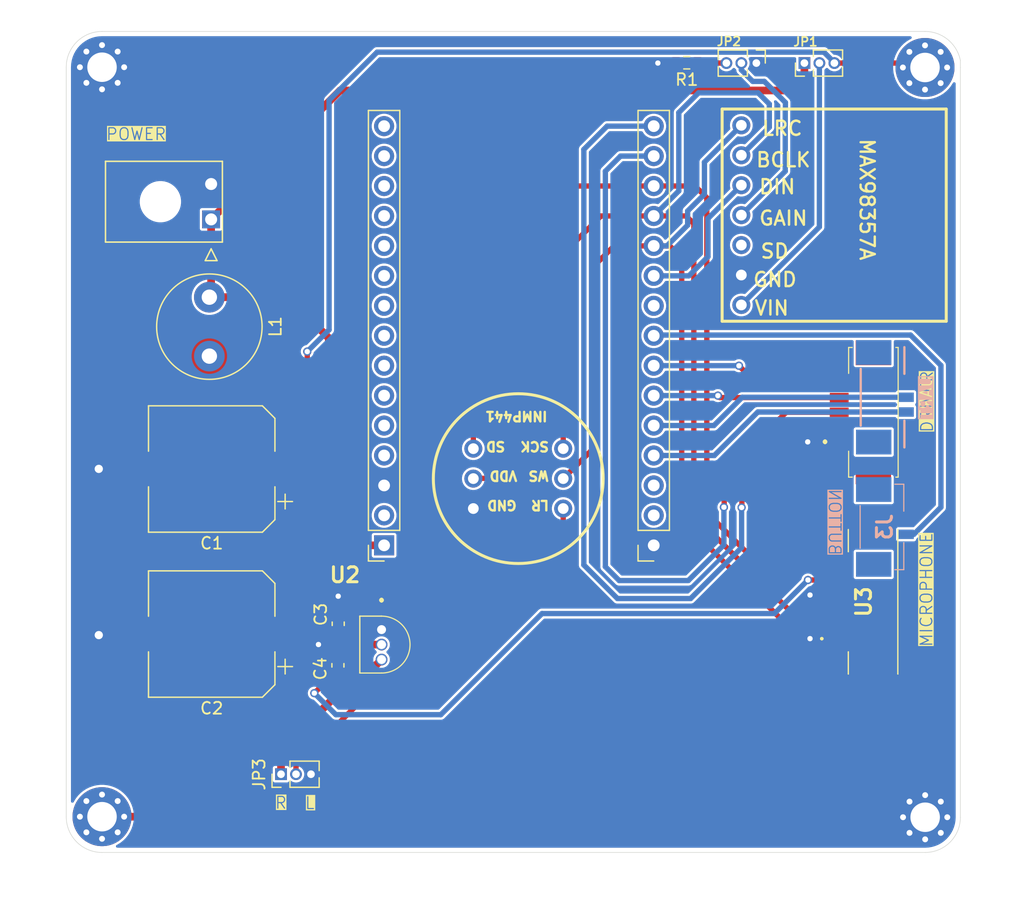
<source format=kicad_pcb>
(kicad_pcb (version 20241229) (generator "pcbnew") (generator_version "9.0")
  (layers (0 "F.Cu" signal) (2 "B.Cu" signal) (13 "F.Paste" user) (15 "B.Paste" user) (5 "F.SilkS" user "F.Silkscreen") (7 "B.SilkS" user "B.Silkscreen") (1 "F.Mask" user) (3 "B.Mask" user) (25 "Edge.Cuts" user))
  (net 0 "")
  (net 1 "GND")
  (net 2 "filtered")
  (net 3 "3v3_mic")
  (net 4 "VBAT")
  (net 5 "IO33_TX")
  (net 6 "IO25_RX")
  (net 8 "BUTTON_IO2")
  (net 10 "IO27_MOTOR")
  (net 11 "IO22_MOTOR")
  (net 12 "IO26_MOTOR")
  (net 15 "IO21_MOTOR")
  (net 16 "Net-(JP1-C)")
  (net 17 "Net-(JP2-C)")
  (net 18 "Net-(JP2-B)")
  (net 19 "Net-(JP3-C)")
  (net 33 "IO23_DIN")
  (net 35 "IO19_WS")
  (net 37 "IO5_DOUT")
  (net 38 "IO18_SCK")
  (footprint "walkie_talkie_footprints:MAX98357A ADAFRUIT" (layer "F.Cu") (at 152.7011 71.945)
    (property "Reference" "U5" (hide yes))
    (property "Value" "MAX98357 Adafruit Breakout" (hide yes))
    (fp_line (start -1.6261 -16.62) (end 17.3739 -16.62) (stroke (width 0.254)) (layer "F.SilkS"))
    (fp_line (start -1.6261 1.38) (end -1.6261 -16.62) (stroke (width 0.254)) (layer "F.SilkS"))
    (fp_line (start 17.3739 -16.62) (end 17.3739 1.38) (stroke (width 0.254)) (layer "F.SilkS"))
    (fp_line (start 17.3739 1.38) (end -1.6261 1.38) (stroke (width 0.254)) (layer "F.SilkS"))
    (fp_text user "DIN" (at 1.397 -10.725 0) (layer "F.SilkS") (effects (font (size 1.2 1.2) (thickness 0.2032)) (justify left top)))
    (fp_text user "BCLK" (at 1.143 -13.011 0) (layer "F.SilkS") (effects (font (size 1.2 1.2) (thickness 0.2032)) (justify left top)))
    (fp_text user "LRC" (at 1.651 -15.678 0) (layer "F.SilkS") (effects (font (size 1.2 1.2) (thickness 0.2032)) (justify left top)))
    (fp_text user "SD" (at 1.524 -5.264 0) (layer "F.SilkS") (effects (font (size 1.2 1.2) (thickness 0.2032)) (justify left top)))
    (fp_text user "MAX98357A" (at 11.36 -14.224 270) (layer "F.SilkS") (effects (font (size 1.2 1.2) (thickness 0.2032)) (justify left top)))
    (fp_text user "VIN" (at 1.016 -0.438 0) (layer "F.SilkS") (effects (font (size 1.2 1.2) (thickness 0.2032)) (justify left top)))
    (fp_text user "GAIN" (at 1.397 -8.058 0) (layer "F.SilkS") (effects (font (size 1.2 1.2) (thickness 0.2032)) (justify left top)))
    (fp_text user "GND" (at 0.889 -2.851 0) (layer "F.SilkS") (effects (font (size 1.2 1.2) (thickness 0.2032)) (justify left top)))
    (pad "8" thru_hole oval (at 0 -15.24) (size 1.524 1.524) (drill 0.9144) (layers "*.Cu" "*.Mask") (net 35 "IO19_WS"))
    (pad "9" thru_hole oval (at 0 -12.7) (size 1.524 1.524) (drill 0.9144) (layers "*.Cu" "*.Mask") (net 38 "IO18_SCK"))
    (pad "10" thru_hole oval (at 0 -10.16) (size 1.524 1.524) (drill 0.9144) (layers "*.Cu" "*.Mask") (net 37 "IO5_DOUT"))
    (pad "11" thru_hole oval (at 0 -7.62) (size 1.524 1.524) (drill 0.9144) (layers "*.Cu" "*.Mask") (net 17 "Net-(JP2-C)"))
    (pad "12" thru_hole oval (at 0 -5.08) (size 1.524 1.524) (drill 0.9144) (layers "*.Cu" "*.Mask"))
    (pad "13" thru_hole oval (at 0 -2.54) (size 1.524 1.524) (drill 0.9144) (layers "*.Cu" "*.Mask") (net 1 "GND"))
    (pad "14" thru_hole oval (at 0 0) (size 1.524 1.524) (drill 0.9144) (layers "*.Cu" "*.Mask") (net 16 "Net-(JP1-C)"))
  )
  (footprint "walkie_talkie_footprints:power_in" (layer "F.Cu") (at 107.75 64.685 -90)
    (property "Reference" "J1" (hide yes))
    (property "Value" "power_in" (hide yes))
    (fp_line (start -4.925 8.955) (end -4.925 -0.955) (stroke (width 0.127)) (layer "F.SilkS"))
    (fp_line (start 1.925 8.955) (end -4.925 8.955) (stroke (width 0.127)) (layer "F.SilkS"))
    (fp_line (start 3.5 0.5) (end 2.5 0) (stroke (width 0.127)) (layer "F.SilkS"))
    (fp_line (start 2.5 0) (end 3.5 -0.5) (stroke (width 0.127)) (layer "F.SilkS"))
    (fp_line (start 3.5 -0.5) (end 3.5 0.5) (stroke (width 0.127)) (layer "F.SilkS"))
    (fp_line (start -4.925 -0.955) (end 1.925 -0.955) (stroke (width 0.127)) (layer "F.SilkS"))
    (fp_line (start 1.925 -0.955) (end 1.925 8.955) (stroke (width 0.127)) (layer "F.SilkS"))
    (pad "" np_thru_hole circle (at -1.5 4.3 270) (size 3 3) (drill 3) (layers "*.Cu" "*.Mask"))
    (pad "1" thru_hole rect (at 0 0 270) (size 1.52 1.52) (drill 1.02) (layers "*.Cu" "*.Mask") (net 4 "VBAT"))
    (pad "2" thru_hole circle (at -3 0 270) (size 1.52 1.52) (drill 1.02) (layers "*.Cu" "*.Mask") (net 1 "GND"))
  )
  (footprint "Capacitor_SMD:CP_Elec_10x12.5" (layer "F.Cu") (at 107.8 85.86 180)
    (property "Reference" "C1" (at 0 -6.3 0) (layer "F.SilkS"))
    (property "Value" "1000u")
    (fp_line (start 5.36 5.36) (end 5.36 1.51) (stroke (width 0.12)) (layer "F.SilkS"))
    (fp_line (start 5.36 -5.36) (end 5.36 -1.51) (stroke (width 0.12)) (layer "F.SilkS"))
    (fp_line (start -4.295563 5.36) (end 5.36 5.36) (stroke (width 0.12)) (layer "F.SilkS"))
    (fp_line (start -4.295563 -5.36) (end 5.36 -5.36) (stroke (width 0.12)) (layer "F.SilkS"))
    (fp_line (start -5.36 4.295563) (end -4.295563 5.36) (stroke (width 0.12)) (layer "F.SilkS"))
    (fp_line (start -5.36 4.295563) (end -5.36 1.51) (stroke (width 0.12)) (layer "F.SilkS"))
    (fp_line (start -5.36 -4.295563) (end -4.295563 -5.36) (stroke (width 0.12)) (layer "F.SilkS"))
    (fp_line (start -5.36 -4.295563) (end -5.36 -1.51) (stroke (width 0.12)) (layer "F.SilkS"))
    (fp_line (start -6.225 -3.385) (end -6.225 -2.135) (stroke (width 0.12)) (layer "F.SilkS"))
    (fp_line (start -6.85 -2.76) (end -5.6 -2.76) (stroke (width 0.12)) (layer "F.SilkS"))
    (pad "1" smd roundrect (at -4.2 0 180) (size 4.4 2.5) (layers "F.Cu" "F.Mask" "F.Paste") (roundrect_rratio 0.1) (net 2 "filtered"))
    (pad "2" smd roundrect (at 4.2 0 180) (size 4.4 2.5) (layers "F.Cu" "F.Mask" "F.Paste") (roundrect_rratio 0.1) (net 1 "GND"))
  )
  (footprint "walkie_talkie_footprints:6_pin_molex" (layer "F.Cu") (at 163.875 97.125 90)
    (property "Reference" "U3" (at 0 -0.8 90) (layer "F.SilkS") (effects (font (size 1.27 1.27) (thickness 0.254))))
    (property "Value" "INMP441" (hide yes))
    (fp_line (start -3.125 -4.4) (end -3.125 -4.4) (stroke (width 0.2)) (layer "F.SilkS"))
    (fp_line (start -3.125 -4.4) (end -3.125 -4.4) (stroke (width 0.2)) (layer "F.SilkS"))
    (fp_line (start -3.125 -4.3) (end -3.125 -4.3) (stroke (width 0.2)) (layer "F.SilkS"))
    (fp_line (start 6.125 -2.1) (end 6.125 -2.1) (stroke (width 0.1)) (layer "F.SilkS"))
    (fp_line (start 6.125 -2.1) (end 4.25 -2.1) (stroke (width 0.1)) (layer "F.SilkS"))
    (fp_line (start 4.25 -2.1) (end 6.125 -2.1) (stroke (width 0.1)) (layer "F.SilkS"))
    (fp_line (start 4.25 -2.1) (end 4.25 -2.1) (stroke (width 0.1)) (layer "F.SilkS"))
    (fp_line (start -4.25 -2.1) (end -4.25 -2.1) (stroke (width 0.1)) (layer "F.SilkS"))
    (fp_line (start -4.25 -2.1) (end -6.125 -2.1) (stroke (width 0.1)) (layer "F.SilkS"))
    (fp_line (start -6.125 -2.1) (end -4.25 -2.1) (stroke (width 0.1)) (layer "F.SilkS"))
    (fp_line (start -6.125 -2.1) (end -6.125 -2.1) (stroke (width 0.1)) (layer "F.SilkS"))
    (fp_line (start 6.125 2.1) (end 6.125 2.1) (stroke (width 0.1)) (layer "F.SilkS"))
    (fp_line (start 6.125 2.1) (end -6.125 2.1) (stroke (width 0.1)) (layer "F.SilkS"))
    (fp_line (start -6.125 2.1) (end 6.125 2.1) (stroke (width 0.1)) (layer "F.SilkS"))
    (fp_line (start -6.125 2.1) (end -6.125 2.1) (stroke (width 0.1)) (layer "F.SilkS"))
    (fp_arc (start -3.125 -4.4) (mid -3.075 -4.35) (end -3.125 -4.3) (stroke (width 0.2)) (layer "F.SilkS"))
    (fp_arc (start -3.125 -4.3) (mid -3.175 -4.35) (end -3.125 -4.4) (stroke (width 0.2)) (layer "F.SilkS"))
    (fp_arc (start -3.125 -4.3) (mid -3.175 -4.35) (end -3.125 -4.4) (stroke (width 0.2)) (layer "F.SilkS"))
    (pad "1" smd rect (at -3.125 -2.9 90) (size 0.8 1.6) (layers "F.Cu" "F.Mask" "F.Paste") (net 1 "GND"))
    (pad "2" smd rect (at -1.875 -2.9 90) (size 0.8 1.6) (layers "F.Cu" "F.Mask" "F.Paste") (net 35 "IO19_WS"))
    (pad "3" smd rect (at -0.625 -2.9 90) (size 0.8 1.6) (layers "F.Cu" "F.Mask" "F.Paste") (net 38 "IO18_SCK"))
    (pad "4" smd rect (at 0.625 -2.9 90) (size 0.8 1.6) (layers "F.Cu" "F.Mask" "F.Paste") (net 1 "GND"))
    (pad "5" smd rect (at 1.875 -2.9 90) (size 0.8 1.6) (layers "F.Cu" "F.Mask" "F.Paste") (net 3 "3v3_mic"))
    (pad "6" smd rect (at 3.125 -2.9 90) (size 0.8 1.6) (layers "F.Cu" "F.Mask" "F.Paste") (net 33 "IO23_DIN"))
    (pad "MP1" smd rect (at -5.675 0 90) (size 2.1 3) (layers "F.Cu" "F.Mask" "F.Paste"))
    (pad "MP2" smd rect (at 5.675 0 90) (size 2.1 3) (layers "F.Cu" "F.Mask" "F.Paste"))
  )
  (footprint "walkie_talkie_footprints:INMP441" (layer "F.Cu") (at 132.52 86.675 180)
    (property "Reference" "U4" (hide yes))
    (property "Value" "INMP441" (hide yes))
    (fp_circle (center -1.27 0) (end 5.9301 0) (stroke (width 0.254)) (fill no) (layer "F.SilkS"))
    (fp_text user "LR" (at -3.969 -2.72 180) (layer "F.SilkS") (effects (font (size 0.8 0.8) (thickness 0.2032)) (justify left top)))
    (fp_text user "VDD" (at -1.2832 -0.2255 180) (layer "F.SilkS") (effects (font (size 0.8 0.8) (thickness 0.2032)) (justify left top)))
    (fp_text user "WS" (at -3.9675 -0.2232 180) (layer "F.SilkS") (effects (font (size 0.8 0.8) (thickness 0.2032)) (justify left top)))
    (fp_text user "INMP441" (at -3.84 4.8319 180) (layer "F.SilkS") (effects (font (size 0.8 0.8) (thickness 0.2032)) (justify left top)))
    (fp_text user "SCK" (at -3.968 2.2721 180) (layer "F.SilkS") (effects (font (size 0.8 0.8) (thickness 0.2032)) (justify left top)))
    (fp_text user "GND" (at -1.236 -2.72 180) (layer "F.SilkS") (effects (font (size 0.8 0.8) (thickness 0.2032)) (justify left top)))
    (fp_text user "SD" (at -0.256 2.2721 180) (layer "F.SilkS") (effects (font (size 0.8 0.8) (thickness 0.2032)) (justify left top)))
    (pad "1" thru_hole oval (at -5.08 -2.54 180) (size 1.524 1.524) (drill 0.9144) (layers "*.Cu" "*.Mask") (net 19 "Net-(JP3-C)"))
    (pad "2" thru_hole oval (at -5.08 0 180) (size 1.524 1.524) (drill 0.9144) (layers "*.Cu" "*.Mask") (net 35 "IO19_WS"))
    (pad "3" thru_hole oval (at -5.08 2.54 180) (size 1.524 1.524) (drill 0.9144) (layers "*.Cu" "*.Mask") (net 38 "IO18_SCK"))
    (pad "4" thru_hole oval (at 2.54 -2.54 180) (size 1.524 1.524) (drill 0.9144) (layers "*.Cu" "*.Mask") (net 1 "GND"))
    (pad "5" thru_hole oval (at 2.54 0 180) (size 1.524 1.524) (drill 0.9144) (layers "*.Cu" "*.Mask") (net 3 "3v3_mic"))
    (pad "6" thru_hole oval (at 2.54 2.54 180) (size 1.524 1.524) (drill 0.9144) (layers "*.Cu" "*.Mask") (net 33 "IO23_DIN"))
  )
  (footprint "MountingHole:MountingHole_2.5mm_Pad_Via" (layer "F.Cu") (at 98.5 115.353462)
    (property "Reference" "H3" (hide yes))
    (property "Value" "MountingHole_Pad")
    (pad "1" thru_hole circle (at -1.875 0) (size 0.8 0.8) (drill 0.5) (layers "*.Cu" "*.Mask") (net 2 "filtered"))
    (pad "1" thru_hole circle (at -1.325825 -1.325825) (size 0.8 0.8) (drill 0.5) (layers "*.Cu" "*.Mask") (net 2 "filtered"))
    (pad "1" thru_hole circle (at -1.325825 1.325825) (size 0.8 0.8) (drill 0.5) (layers "*.Cu" "*.Mask") (net 2 "filtered"))
    (pad "1" thru_hole circle (at 0 -1.875) (size 0.8 0.8) (drill 0.5) (layers "*.Cu" "*.Mask") (net 2 "filtered"))
    (pad "1" thru_hole circle (at 0 0) (size 5 5) (drill 2.5) (layers "*.Cu" "*.Mask") (net 2 "filtered"))
    (pad "1" thru_hole circle (at 0 1.875) (size 0.8 0.8) (drill 0.5) (layers "*.Cu" "*.Mask") (net 2 "filtered"))
    (pad "1" thru_hole circle (at 1.325825 -1.325825) (size 0.8 0.8) (drill 0.5) (layers "*.Cu" "*.Mask") (net 2 "filtered"))
    (pad "1" thru_hole circle (at 1.325825 1.325825) (size 0.8 0.8) (drill 0.5) (layers "*.Cu" "*.Mask") (net 2 "filtered"))
    (pad "1" thru_hole circle (at 1.875 0) (size 0.8 0.8) (drill 0.5) (layers "*.Cu" "*.Mask") (net 2 "filtered"))
  )
  (footprint "MountingHole:MountingHole_2.5mm_Pad_Via" (layer "F.Cu") (at 168.2875 115.4)
    (property "Reference" "H4" (hide yes))
    (property "Value" "MountingHole_Pad")
    (pad "1" thru_hole circle (at -1.875 0) (size 0.8 0.8) (drill 0.5) (layers "*.Cu" "*.Mask") (net 1 "GND"))
    (pad "1" thru_hole circle (at -1.325825 -1.325825) (size 0.8 0.8) (drill 0.5) (layers "*.Cu" "*.Mask") (net 1 "GND"))
    (pad "1" thru_hole circle (at -1.325825 1.325825) (size 0.8 0.8) (drill 0.5) (layers "*.Cu" "*.Mask") (net 1 "GND"))
    (pad "1" thru_hole circle (at 0 -1.875) (size 0.8 0.8) (drill 0.5) (layers "*.Cu" "*.Mask") (net 1 "GND"))
    (pad "1" thru_hole circle (at 0 0) (size 5 5) (drill 2.5) (layers "*.Cu" "*.Mask") (net 1 "GND"))
    (pad "1" thru_hole circle (at 0 1.875) (size 0.8 0.8) (drill 0.5) (layers "*.Cu" "*.Mask") (net 1 "GND"))
    (pad "1" thru_hole circle (at 1.325825 -1.325825) (size 0.8 0.8) (drill 0.5) (layers "*.Cu" "*.Mask") (net 1 "GND"))
    (pad "1" thru_hole circle (at 1.325825 1.325825) (size 0.8 0.8) (drill 0.5) (layers "*.Cu" "*.Mask") (net 1 "GND"))
    (pad "1" thru_hole circle (at 1.875 0) (size 0.8 0.8) (drill 0.5) (layers "*.Cu" "*.Mask") (net 1 "GND"))
  )
  (footprint "MountingHole:MountingHole_2.5mm_Pad_Via" (layer "F.Cu") (at 98.5 51.776749)
    (property "Reference" "H1" (hide yes))
    (property "Value" "MountingHole_Pad")
    (pad "1" thru_hole circle (at -1.875 0) (size 0.8 0.8) (drill 0.5) (layers "*.Cu" "*.Mask") (net 1 "GND"))
    (pad "1" thru_hole circle (at -1.325825 -1.325825) (size 0.8 0.8) (drill 0.5) (layers "*.Cu" "*.Mask") (net 1 "GND"))
    (pad "1" thru_hole circle (at -1.325825 1.325825) (size 0.8 0.8) (drill 0.5) (layers "*.Cu" "*.Mask") (net 1 "GND"))
    (pad "1" thru_hole circle (at 0 -1.875) (size 0.8 0.8) (drill 0.5) (layers "*.Cu" "*.Mask") (net 1 "GND"))
    (pad "1" thru_hole circle (at 0 0) (size 5 5) (drill 2.5) (layers "*.Cu" "*.Mask") (net 1 "GND"))
    (pad "1" thru_hole circle (at 0 1.875) (size 0.8 0.8) (drill 0.5) (layers "*.Cu" "*.Mask") (net 1 "GND"))
    (pad "1" thru_hole circle (at 1.325825 -1.325825) (size 0.8 0.8) (drill 0.5) (layers "*.Cu" "*.Mask") (net 1 "GND"))
    (pad "1" thru_hole circle (at 1.325825 1.325825) (size 0.8 0.8) (drill 0.5) (layers "*.Cu" "*.Mask") (net 1 "GND"))
    (pad "1" thru_hole circle (at 1.875 0) (size 0.8 0.8) (drill 0.5) (layers "*.Cu" "*.Mask") (net 1 "GND"))
  )
  (footprint "Inductor_THT:L_Radial_D8.7mm_P5.00mm_Fastron_07HCP" (layer "F.Cu") (at 107.6 71.285 -90)
    (property "Reference" "L1" (at 2.5 -5.6 90) (layer "F.SilkS"))
    (property "Value" "10m")
    (fp_circle (center 2.5 0) (end 6.97 0) (stroke (width 0.12)) (fill no) (layer "F.SilkS"))
    (pad "1" thru_hole circle (at 0 0 270) (size 2.6 2.6) (drill 1.3) (layers "*.Cu" "*.Mask") (net 4 "VBAT"))
    (pad "2" thru_hole circle (at 5 0 270) (size 2.6 2.6) (drill 1.3) (layers "*.Cu" "*.Mask") (net 2 "filtered"))
  )
  (footprint "Connector_PinHeader_1.27mm:PinHeader_1x03_P1.27mm_Vertical" (layer "F.Cu") (at 158.05 51.425 90)
    (property "Reference" "JP1" (at 1.805 0.09 0) (layer "F.SilkS") (effects (font (size 0.75 0.75))))
    (property "Value" "Jumper_3_Open" (hide yes))
    (fp_line (start -1.11 -0.76) (end 0 -0.76) (stroke (width 0.12)) (layer "F.SilkS"))
    (fp_line (start -1.11 0) (end -1.11 -0.76) (stroke (width 0.12)) (layer "F.SilkS"))
    (fp_line (start 1.11 0.76) (end 1.11 3.235) (stroke (width 0.12)) (layer "F.SilkS"))
    (fp_line (start 0.563471 0.76) (end 1.11 0.76) (stroke (width 0.12)) (layer "F.SilkS"))
    (fp_line (start -1.11 0.76) (end -0.563471 0.76) (stroke (width 0.12)) (layer "F.SilkS"))
    (fp_line (start -1.11 0.76) (end -1.11 3.235) (stroke (width 0.12)) (layer "F.SilkS"))
    (fp_line (start 0.30753 3.235) (end 1.11 3.235) (stroke (width 0.12)) (layer "F.SilkS"))
    (fp_line (start -1.11 3.235) (end -0.30753 3.235) (stroke (width 0.12)) (layer "F.SilkS"))
    (pad "1" thru_hole rect (at 0 0 90) (size 1 1) (drill 0.65) (layers "*.Cu" "*.Mask") (net 4 "VBAT"))
    (pad "2" thru_hole oval (at 0 1.27 90) (size 1 1) (drill 0.65) (layers "*.Cu" "*.Mask") (net 16 "Net-(JP1-C)"))
    (pad "3" thru_hole oval (at 0 2.54 90) (size 1 1) (drill 0.65) (layers "*.Cu" "*.Mask") (net 2 "filtered"))
  )
  (footprint "Capacitor_SMD:C_0603_1608Metric_Pad1.08x0.95mm_HandSolder" (layer "F.Cu") (at 118.525 98.9875 -90)
    (property "Reference" "C3" (at -0.7875 1.485 90) (layer "F.SilkS"))
    (property "Value" "1u")
    (fp_line (start -0.146267 0.51) (end 0.146267 0.51) (stroke (width 0.12)) (layer "F.SilkS"))
    (fp_line (start -0.146267 -0.51) (end 0.146267 -0.51) (stroke (width 0.12)) (layer "F.SilkS"))
    (pad "1" smd roundrect (at -0.8625 0 270) (size 1.075 0.95) (layers "F.Cu" "F.Mask" "F.Paste") (net 1 "GND"))
    (pad "2" smd roundrect (at 0.8625 0 270) (size 1.075 0.95) (layers "F.Cu" "F.Mask" "F.Paste") (net 2 "filtered"))
  )
  (footprint "walkie_talkie_footprints:5_pin_molex" (layer "F.Cu") (at 161.798 81.05 90)
    (property "Reference" "J4" (hide yes))
    (property "Value" "5_pin_molex" (hide yes))
    (fp_line (start -2.4 -2) (end -2.4 -2) (stroke (width 0.2)) (layer "F.SilkS"))
    (fp_line (start -2.6 -2) (end -2.6 -2) (stroke (width 0.2)) (layer "F.SilkS"))
    (fp_line (start 5.5 0) (end 5.5 0.3) (stroke (width 0.1)) (layer "F.SilkS"))
    (fp_line (start 3.3 0) (end 5.5 0) (stroke (width 0.1)) (layer "F.SilkS"))
    (fp_line (start -3.3 0) (end -5.5 0) (stroke (width 0.1)) (layer "F.SilkS"))
    (fp_line (start -5.5 0) (end -5.5 0.3) (stroke (width 0.1)) (layer "F.SilkS"))
    (fp_line (start -5.5 4) (end -5.5 4.2) (stroke (width 0.1)) (layer "F.SilkS"))
    (fp_line (start 5.5 4.2) (end 5.5 4) (stroke (width 0.1)) (layer "F.SilkS"))
    (fp_line (start -5.5 4.2) (end 5.5 4.2) (stroke (width 0.1)) (layer "F.SilkS"))
    (fp_arc (start -2.4 -2) (mid -2.5 -1.9) (end -2.6 -2) (stroke (width 0.2)) (layer "F.SilkS"))
    (fp_arc (start -2.6 -2) (mid -2.5 -2.1) (end -2.4 -2) (stroke (width 0.2)) (layer "F.SilkS"))
    (pad "1" smd rect (at -2.5 -0.8 90) (size 0.8 1.6) (layers "F.Cu" "F.Mask" "F.Paste") (net 1 "GND"))
    (pad "2" smd rect (at -1.25 -0.8 90) (size 0.8 1.6) (layers "F.Cu" "F.Mask" "F.Paste") (net 15 "IO21_MOTOR"))
    (pad "3" smd rect (at 0 -0.8 90) (size 0.8 1.6) (layers "F.Cu" "F.Mask" "F.Paste") (net 11 "IO22_MOTOR"))
    (pad "4" smd rect (at 1.25 -0.8 90) (size 0.8 1.6) (layers "F.Cu" "F.Mask" "F.Paste") (net 12 "IO26_MOTOR"))
    (pad "5" smd rect (at 2.5 -0.8 90) (size 0.8 1.6) (layers "F.Cu" "F.Mask" "F.Paste") (net 10 "IO27_MOTOR"))
    (pad "MP1" smd rect (at -5.05 2.1 90) (size 2.1 3) (layers "F.Cu" "F.Mask" "F.Paste"))
    (pad "MP2" smd rect (at 5.05 2.1 90) (size 2.1 3) (layers "F.Cu" "F.Mask" "F.Paste"))
  )
  (footprint "Connector_PinHeader_1.27mm:PinHeader_1x03_P1.27mm_Vertical" (layer "F.Cu") (at 113.675 111.75 90)
    (property "Reference" "JP3" (at -0.01 -1.855 90) (layer "F.SilkS"))
    (property "Value" "Jumper_3_Open")
    (fp_line (start -1.11 -0.76) (end 0 -0.76) (stroke (width 0.12)) (layer "F.SilkS"))
    (fp_line (start -1.11 0) (end -1.11 -0.76) (stroke (width 0.12)) (layer "F.SilkS"))
    (fp_line (start 1.11 0.76) (end 1.11 3.235) (stroke (width 0.12)) (layer "F.SilkS"))
    (fp_line (start 0.563471 0.76) (end 1.11 0.76) (stroke (width 0.12)) (layer "F.SilkS"))
    (fp_line (start -1.11 0.76) (end -0.563471 0.76) (stroke (width 0.12)) (layer "F.SilkS"))
    (fp_line (start -1.11 0.76) (end -1.11 3.235) (stroke (width 0.12)) (layer "F.SilkS"))
    (fp_line (start 0.30753 3.235) (end 1.11 3.235) (stroke (width 0.12)) (layer "F.SilkS"))
    (fp_line (start -1.11 3.235) (end -0.30753 3.235) (stroke (width 0.12)) (layer "F.SilkS"))
    (pad "1" thru_hole rect (at 0 0 90) (size 1 1) (drill 0.65) (layers "*.Cu" "*.Mask") (net 3 "3v3_mic"))
    (pad "2" thru_hole oval (at 0 1.27 90) (size 1 1) (drill 0.65) (layers "*.Cu" "*.Mask") (net 19 "Net-(JP3-C)"))
    (pad "3" thru_hole oval (at 0 2.54 90) (size 1 1) (drill 0.65) (layers "*.Cu" "*.Mask") (net 1 "GND"))
  )
  (footprint "walkie_talkie_footprints:3v3_ldo" (layer "F.Cu") (at 122.2 99.485 -90)
    (property "Reference" "U2" (at -4.635 3.11 180) (layer "F.SilkS") (effects (font (size 1.27 1.27) (thickness 0.254))))
    (property "Value" "MCP1700-3302E/TO" (hide yes))
    (fp_line (start -1.143 1.841) (end -1.143 1.841) (stroke (width 0.1)) (layer "F.SilkS"))
    (fp_line (start -1.143 1.841) (end -1.143 1.841) (stroke (width 0.1)) (layer "F.SilkS"))
    (fp_line (start -1.143 1.841) (end 3.683 1.841) (stroke (width 0.1)) (layer "F.SilkS"))
    (fp_line (start -1.143 1.841) (end -1.143 0) (stroke (width 0.1)) (layer "F.SilkS"))
    (fp_line (start 3.683 1.841) (end -1.143 1.841) (stroke (width 0.1)) (layer "F.SilkS"))
    (fp_line (start 3.683 1.841) (end 3.683 1.841) (stroke (width 0.1)) (layer "F.SilkS"))
    (fp_line (start -2.6 0) (end -2.6 0) (stroke (width 0.2)) (layer "F.SilkS"))
    (fp_line (start -2.6 0) (end -2.6 0) (stroke (width 0.2)) (layer "F.SilkS"))
    (fp_line (start -2.4 0) (end -2.4 0) (stroke (width 0.2)) (layer "F.SilkS"))
    (fp_line (start -1.143 0) (end -1.143 1.841) (stroke (width 0.1)) (layer "F.SilkS"))
    (fp_line (start -1.143 0) (end -1.143 0) (stroke (width 0.1)) (layer "F.SilkS"))
    (fp_line (start -1.143 0) (end -1.143 0) (stroke (width 0.1)) (layer "F.SilkS"))
    (fp_line (start 3.683 0) (end 3.683 1.841) (stroke (width 0.1)) (layer "F.SilkS"))
    (fp_arc (start -2.6 0) (mid -2.5 -0.1) (end -2.4 0) (stroke (width 0.2)) (layer "F.SilkS"))
    (fp_arc (start -2.4 0) (mid -2.5 0.1) (end -2.6 0) (stroke (width 0.2)) (layer "F.SilkS"))
    (fp_arc (start -2.4 0) (mid -2.5 0.1) (end -2.6 0) (stroke (width 0.2)) (layer "F.SilkS"))
    (fp_arc (start -1.143 0) (mid 1.27 -2.413) (end 3.683 0) (stroke (width 0.1)) (layer "F.SilkS"))
    (pad "1" thru_hole circle (at 0 0 270) (size 1 1) (drill 0.7588) (layers "*.Cu" "*.Mask") (net 1 "GND"))
    (pad "2" thru_hole circle (at 1.27 0 270) (size 1 1) (drill 0.7588) (layers "*.Cu" "*.Mask") (net 2 "filtered"))
    (pad "3" thru_hole circle (at 2.54 0 270) (size 1 1) (drill 0.7588) (layers "*.Cu" "*.Mask") (net 3 "3v3_mic"))
  )
  (footprint "Capacitor_SMD:CP_Elec_10x12.5" (layer "F.Cu") (at 107.8 99.86 180)
    (property "Reference" "C2" (at 0 -6.3 0) (layer "F.SilkS"))
    (property "Value" "1000u")
    (fp_line (start 5.36 5.36) (end 5.36 1.51) (stroke (width 0.12)) (layer "F.SilkS"))
    (fp_line (start 5.36 -5.36) (end 5.36 -1.51) (stroke (width 0.12)) (layer "F.SilkS"))
    (fp_line (start -4.295563 5.36) (end 5.36 5.36) (stroke (width 0.12)) (layer "F.SilkS"))
    (fp_line (start -4.295563 -5.36) (end 5.36 -5.36) (stroke (width 0.12)) (layer "F.SilkS"))
    (fp_line (start -5.36 4.295563) (end -4.295563 5.36) (stroke (width 0.12)) (layer "F.SilkS"))
    (fp_line (start -5.36 4.295563) (end -5.36 1.51) (stroke (width 0.12)) (layer "F.SilkS"))
    (fp_line (start -5.36 -4.295563) (end -4.295563 -5.36) (stroke (width 0.12)) (layer "F.SilkS"))
    (fp_line (start -5.36 -4.295563) (end -5.36 -1.51) (stroke (width 0.12)) (layer "F.SilkS"))
    (fp_line (start -6.225 -3.385) (end -6.225 -2.135) (stroke (width 0.12)) (layer "F.SilkS"))
    (fp_line (start -6.85 -2.76) (end -5.6 -2.76) (stroke (width 0.12)) (layer "F.SilkS"))
    (pad "1" smd roundrect (at -4.2 0 180) (size 4.4 2.5) (layers "F.Cu" "F.Mask" "F.Paste") (roundrect_rratio 0.1) (net 2 "filtered"))
    (pad "2" smd roundrect (at 4.2 0 180) (size 4.4 2.5) (layers "F.Cu" "F.Mask" "F.Paste") (roundrect_rratio 0.1) (net 1 "GND"))
  )
  (footprint "Connector_PinSocket_2.54mm:PinSocket_1x15_P2.54mm_Vertical" (layer "F.Cu") (at 122.415 92.335 180)
    (property "Reference" "K4" (hide yes))
    (property "Value" "HEADER_MALE_15X1")
    (fp_line (start 1.33 1.27) (end 1.33 36.89) (stroke (width 0.12)) (layer "F.SilkS"))
    (fp_line (start 1.33 -1.33) (end 1.33 0) (stroke (width 0.12)) (layer "F.SilkS"))
    (fp_line (start 0 -1.33) (end 1.33 -1.33) (stroke (width 0.12)) (layer "F.SilkS"))
    (fp_line (start -1.33 36.89) (end 1.33 36.89) (stroke (width 0.12)) (layer "F.SilkS"))
    (fp_line (start -1.33 1.27) (end 1.33 1.27) (stroke (width 0.12)) (layer "F.SilkS"))
    (fp_line (start -1.33 1.27) (end -1.33 36.89) (stroke (width 0.12)) (layer "F.SilkS"))
    (pad "1" thru_hole rect (at 0 0 180) (size 1.7 1.7) (drill 1) (layers "*.Cu" "*.Mask") (net 4 "VBAT"))
    (pad "2" thru_hole oval (at 0 2.54 180) (size 1.7 1.7) (drill 1) (layers "*.Cu" "*.Mask"))
    (pad "3" thru_hole oval (at 0 5.08 180) (size 1.7 1.7) (drill 1) (layers "*.Cu" "*.Mask") (net 1 "GND"))
    (pad "4" thru_hole oval (at 0 7.62 180) (size 1.7 1.7) (drill 1) (layers "*.Cu" "*.Mask"))
    (pad "5" thru_hole oval (at 0 10.16 180) (size 1.7 1.7) (drill 1) (layers "*.Cu" "*.Mask"))
    (pad "6" thru_hole oval (at 0 12.7 180) (size 1.7 1.7) (drill 1) (layers "*.Cu" "*.Mask"))
    (pad "7" thru_hole oval (at 0 15.24 180) (size 1.7 1.7) (drill 1) (layers "*.Cu" "*.Mask"))
    (pad "8" thru_hole oval (at 0 17.78 180) (size 1.7 1.7) (drill 1) (layers "*.Cu" "*.Mask"))
    (pad "9" thru_hole oval (at 0 20.32 180) (size 1.7 1.7) (drill 1) (layers "*.Cu" "*.Mask"))
    (pad "10" thru_hole oval (at 0 22.86 180) (size 1.7 1.7) (drill 1) (layers "*.Cu" "*.Mask"))
    (pad "11" thru_hole oval (at 0 25.4 180) (size 1.7 1.7) (drill 1) (layers "*.Cu" "*.Mask"))
    (pad "12" thru_hole oval (at 0 27.94 180) (size 1.7 1.7) (drill 1) (layers "*.Cu" "*.Mask"))
    (pad "13" thru_hole oval (at 0 30.48 180) (size 1.7 1.7) (drill 1) (layers "*.Cu" "*.Mask"))
    (pad "14" thru_hole oval (at 0 33.02 180) (size 1.7 1.7) (drill 1) (layers "*.Cu" "*.Mask"))
    (pad "15" thru_hole oval (at 0 35.56 180) (size 1.7 1.7) (drill 1) (layers "*.Cu" "*.Mask"))
  )
  (footprint "MountingHole:MountingHole_2.5mm_Pad_Via" (layer "F.Cu") (at 168.275 51.8)
    (property "Reference" "H2" (hide yes))
    (property "Value" "MountingHole_Pad")
    (pad "1" thru_hole circle (at -1.875 0) (size 0.8 0.8) (drill 0.5) (layers "*.Cu" "*.Mask") (net 2 "filtered"))
    (pad "1" thru_hole circle (at -1.325825 -1.325825) (size 0.8 0.8) (drill 0.5) (layers "*.Cu" "*.Mask") (net 2 "filtered"))
    (pad "1" thru_hole circle (at -1.325825 1.325825) (size 0.8 0.8) (drill 0.5) (layers "*.Cu" "*.Mask") (net 2 "filtered"))
    (pad "1" thru_hole circle (at 0 -1.875) (size 0.8 0.8) (drill 0.5) (layers "*.Cu" "*.Mask") (net 2 "filtered"))
    (pad "1" thru_hole circle (at 0 0) (size 5 5) (drill 2.5) (layers "*.Cu" "*.Mask") (net 2 "filtered"))
    (pad "1" thru_hole circle (at 0 1.875) (size 0.8 0.8) (drill 0.5) (layers "*.Cu" "*.Mask") (net 2 "filtered"))
    (pad "1" thru_hole circle (at 1.325825 -1.325825) (size 0.8 0.8) (drill 0.5) (layers "*.Cu" "*.Mask") (net 2 "filtered"))
    (pad "1" thru_hole circle (at 1.325825 1.325825) (size 0.8 0.8) (drill 0.5) (layers "*.Cu" "*.Mask") (net 2 "filtered"))
    (pad "1" thru_hole circle (at 1.875 0) (size 0.8 0.8) (drill 0.5) (layers "*.Cu" "*.Mask") (net 2 "filtered"))
  )
  (footprint "Connector_PinHeader_1.27mm:PinHeader_1x03_P1.27mm_Vertical" (layer "F.Cu") (at 153.975 51.425 -90)
    (property "Reference" "JP2" (at -1.835 2.325 0) (layer "F.SilkS") (effects (font (size 0.75 0.75))))
    (property "Value" "Jumper_3_Open")
    (fp_line (start -1.11 3.235) (end -0.30753 3.235) (stroke (width 0.12)) (layer "F.SilkS"))
    (fp_line (start 0.30753 3.235) (end 1.11 3.235) (stroke (width 0.12)) (layer "F.SilkS"))
    (fp_line (start -1.11 0.76) (end -1.11 3.235) (stroke (width 0.12)) (layer "F.SilkS"))
    (fp_line (start -1.11 0.76) (end -0.563471 0.76) (stroke (width 0.12)) (layer "F.SilkS"))
    (fp_line (start 0.563471 0.76) (end 1.11 0.76) (stroke (width 0.12)) (layer "F.SilkS"))
    (fp_line (start 1.11 0.76) (end 1.11 3.235) (stroke (width 0.12)) (layer "F.SilkS"))
    (fp_line (start -1.11 0) (end -1.11 -0.76) (stroke (width 0.12)) (layer "F.SilkS"))
    (fp_line (start -1.11 -0.76) (end 0 -0.76) (stroke (width 0.12)) (layer "F.SilkS"))
    (pad "1" thru_hole rect (at 0 0 270) (size 1 1) (drill 0.65) (layers "*.Cu" "*.Mask") (net 1 "GND"))
    (pad "2" thru_hole oval (at 0 1.27 270) (size 1 1) (drill 0.65) (layers "*.Cu" "*.Mask") (net 17 "Net-(JP2-C)"))
    (pad "3" thru_hole oval (at 0 2.54 270) (size 1 1) (drill 0.65) (layers "*.Cu" "*.Mask") (net 18 "Net-(JP2-B)"))
  )
  (footprint "Capacitor_SMD:C_0603_1608Metric_Pad1.08x0.95mm_HandSolder" (layer "F.Cu") (at 118.5 102.5125 -90)
    (property "Reference" "C4" (at 0.2875 1.49 90) (layer "F.SilkS"))
    (property "Value" "1u")
    (fp_line (start -0.146267 0.51) (end 0.146267 0.51) (stroke (width 0.12)) (layer "F.SilkS"))
    (fp_line (start -0.146267 -0.51) (end 0.146267 -0.51) (stroke (width 0.12)) (layer "F.SilkS"))
    (pad "1" smd roundrect (at -0.8625 0 270) (size 1.075 0.95) (layers "F.Cu" "F.Mask" "F.Paste") (net 1 "GND"))
    (pad "2" smd roundrect (at 0.8625 0 270) (size 1.075 0.95) (layers "F.Cu" "F.Mask" "F.Paste") (net 3 "3v3_mic"))
  )
  (footprint "Connector_PinSocket_2.54mm:PinSocket_1x15_P2.54mm_Vertical" (layer "F.Cu") (at 145.275 92.335 180)
    (property "Reference" "K5" (hide yes))
    (property "Value" "HEADER_MALE_15X1")
    (fp_line (start 1.33 1.27) (end 1.33 36.89) (stroke (width 0.12)) (layer "F.SilkS"))
    (fp_line (start 1.33 -1.33) (end 1.33 0) (stroke (width 0.12)) (layer "F.SilkS"))
    (fp_line (start 0 -1.33) (end 1.33 -1.33) (stroke (width 0.12)) (layer "F.SilkS"))
    (fp_line (start -1.33 36.89) (end 1.33 36.89) (stroke (width 0.12)) (layer "F.SilkS"))
    (fp_line (start -1.33 1.27) (end 1.33 1.27) (stroke (width 0.12)) (layer "F.SilkS"))
    (fp_line (start -1.33 1.27) (end -1.33 36.89) (stroke (width 0.12)) (layer "F.SilkS"))
    (pad "1" thru_hole rect (at 0 0 180) (size 1.7 1.7) (drill 1) (layers "*.Cu" "*.Mask") (net 1 "GND"))
    (pad "2" thru_hole oval (at 0 2.54 180) (size 1.7 1.7) (drill 1) (layers "*.Cu" "*.Mask"))
    (pad "3" thru_hole oval (at 0 5.08 180) (size 1.7 1.7) (drill 1) (layers "*.Cu" "*.Mask"))
    (pad "4" thru_hole oval (at 0 7.62 180) (size 1.7 1.7) (drill 1) (layers "*.Cu" "*.Mask") (net 5 "IO33_TX"))
    (pad "5" thru_hole oval (at 0 10.16 180) (size 1.7 1.7) (drill 1) (layers "*.Cu" "*.Mask") (net 6 "IO25_RX"))
    (pad "6" thru_hole oval (at 0 12.7 180) (size 1.7 1.7) (drill 1) (layers "*.Cu" "*.Mask") (net 12 "IO26_MOTOR"))
    (pad "7" thru_hole oval (at 0 15.24 180) (size 1.7 1.7) (drill 1) (layers "*.Cu" "*.Mask") (net 10 "IO27_MOTOR"))
    (pad "8" thru_hole oval (at 0 17.78 180) (size 1.7 1.7) (drill 1) (layers "*.Cu" "*.Mask") (net 8 "BUTTON_IO2"))
    (pad "9" thru_hole oval (at 0 20.32 180) (size 1.7 1.7) (drill 1) (layers "*.Cu" "*.Mask"))
    (pad "10" thru_hole oval (at 0 22.86 180) (size 1.7 1.7) (drill 1) (layers "*.Cu" "*.Mask") (net 37 "IO5_DOUT"))
    (pad "11" thru_hole oval (at 0 25.4 180) (size 1.7 1.7) (drill 1) (layers "*.Cu" "*.Mask") (net 35 "IO19_WS"))
    (pad "12" thru_hole oval (at 0 27.94 180) (size 1.7 1.7) (drill 1) (layers "*.Cu" "*.Mask") (net 38 "IO18_SCK"))
    (pad "13" thru_hole oval (at 0 30.48 180) (size 1.7 1.7) (drill 1) (layers "*.Cu" "*.Mask") (net 33 "IO23_DIN"))
    (pad "14" thru_hole oval (at 0 33.02 180) (size 1.7 1.7) (drill 1) (layers "*.Cu" "*.Mask") (net 11 "IO22_MOTOR"))
    (pad "15" thru_hole oval (at 0 35.56 180) (size 1.7 1.7) (drill 1) (layers "*.Cu" "*.Mask") (net 15 "IO21_MOTOR"))
  )
  (footprint "Resistor_SMD:R_0603_1608Metric_Pad0.98x0.95mm_HandSolder" (layer "F.Cu") (at 148.075 51.4 180)
    (property "Reference" "R1" (at 0 -1.43 0) (layer "F.SilkS"))
    (property "Value" "100k")
    (fp_line (start -0.254724 0.5225) (end 0.254724 0.5225) (stroke (width 0.12)) (layer "F.SilkS"))
    (fp_line (start -0.254724 -0.5225) (end 0.254724 -0.5225) (stroke (width 0.12)) (layer "F.SilkS"))
    (pad "1" smd roundrect (at -0.9125 0 180) (size 0.975 0.95) (layers "F.Cu" "F.Mask" "F.Paste") (net 18 "Net-(JP2-B)"))
    (pad "2" smd roundrect (at 0.9125 0 180) (size 0.975 0.95) (layers "F.Cu" "F.Mask" "F.Paste") (net 1 "GND"))
  )
  (footprint "walkie_talkie_footprints:2_pin_molex" (layer "B.Cu") (at 165.279 90.775 90)
    (property "Reference" "J3" (at 0 -0.427 90) (layer "B.SilkS") (effects (font (size 1.27 1.27) (thickness 0.254)) (justify mirror)))
    (property "Value" "2_pin_molex" (hide yes))
    (fp_line (start -1.8 -2.504) (end 1.8 -2.504) (stroke (width 0.1)) (layer "B.SilkS"))
    (fp_line (start 3.625 1.196) (end 3.625 0.435) (stroke (width 0.1)) (layer "B.SilkS"))
    (fp_line (start 3.625 1.196) (end 1.337 1.196) (stroke (width 0.1)) (layer "B.SilkS"))
    (fp_line (start -3.625 1.196) (end -3.625 0.435) (stroke (width 0.1)) (layer "B.SilkS"))
    (fp_line (start -3.625 1.196) (end -1.337 1.196) (stroke (width 0.1)) (layer "B.SilkS"))
    (fp_line (start -0.639 2.482) (end -0.639 2.482) (stroke (width 0.045)) (layer "B.SilkS"))
    (fp_line (start -0.683 2.482) (end -0.683 2.482) (stroke (width 0.045)) (layer "B.SilkS"))
    (fp_arc (start -0.639 2.482) (mid -0.6615 2.5035) (end -0.683 2.481) (stroke (width 0.045)) (layer "B.SilkS"))
    (fp_arc (start -0.683 2.482) (mid -0.6615 2.4595) (end -0.639 2.481) (stroke (width 0.045)) (layer "B.SilkS"))
    (pad "1" smd rect (at -0.625 1.396 90) (size 0.8 1.3) (layers "B.Cu" "B.Mask" "B.Paste") (net 8 "BUTTON_IO2"))
    (pad "2" smd rect (at 0.625 1.396 90) (size 0.8 1.3) (layers "B.Cu" "B.Mask" "B.Paste") (net 1 "GND"))
    (pad "3" smd rect (at -3.175 -1.354 90) (size 2.1 3) (layers "B.Cu" "B.Mask" "B.Paste"))
    (pad "4" smd rect (at 3.175 -1.354 90) (size 2.1 3) (layers "B.Cu" "B.Mask" "B.Paste"))
  )
  (footprint "walkie_talkie_footprints:3_pin_molex" (layer "B.Cu") (at 166.525 79.775 90)
    (property "Reference" "J2" (hide yes))
    (property "Value" "3-pin_molex" (hide yes))
    (fp_line (start -2.4 -3.7) (end 2.4 -3.7) (stroke (width 0.2)) (layer "B.SilkS"))
    (fp_line (start 4.25 0) (end 1.991 0) (stroke (width 0.2)) (layer "B.SilkS"))
    (fp_line (start -4.25 0) (end -1.991 0) (stroke (width 0.2)) (layer "B.SilkS"))
    (pad "1" smd rect (at -1.25 0.15 90) (size 0.8 1.3) (layers "B.Cu" "B.Mask" "B.Paste") (net 5 "IO33_TX"))
    (pad "2" smd rect (at 0 0.15 90) (size 0.8 1.3) (layers "B.Cu" "B.Mask" "B.Paste") (net 6 "IO25_RX"))
    (pad "3" smd rect (at 1.25 0.15 90) (size 0.8 1.3) (layers "B.Cu" "B.Mask" "B.Paste") (net 1 "GND"))
    (pad "4" smd rect (at -3.8 -2.6 90) (size 2.1 3) (layers "B.Cu" "B.Mask" "B.Paste"))
    (pad "5" smd rect (at 3.8 -2.6 90) (size 2.1 3) (layers "B.Cu" "B.Mask" "B.Paste"))
  )
  (gr_arc (start 171.275 115.4) (mid 170.399982 117.512482) (end 168.2875 118.3875) (stroke (width 0.05)) (layer "Edge.Cuts"))
  (gr_line (start 171.275 51.210666) (end 171.275 51.8) (stroke (width 0.05)) (layer "Edge.Cuts"))
  (gr_line (start 95.465962 115.353462) (end 95.465962 51.776749) (stroke (width 0.05)) (layer "Edge.Cuts"))
  (gr_line (start 98.5 48.742662) (end 168.275 48.742662) (stroke (width 0.05)) (layer "Edge.Cuts"))
  (gr_arc (start 98.5 118.3875) (mid 96.354611 117.498851) (end 95.465962 115.353462) (stroke (width 0.05)) (layer "Edge.Cuts"))
  (gr_line (start 171.275 51.8) (end 171.275 115.4) (stroke (width 0.05)) (layer "Edge.Cuts"))
  (gr_arc (start 95.465962 51.776749) (mid 96.354611 49.63136) (end 98.5 48.742711) (stroke (width 0.05)) (layer "Edge.Cuts"))
  (gr_arc (start 168.275 48.742662) (mid 170.21736 49.438951) (end 171.275 51.210666) (stroke (width 0.05)) (layer "Edge.Cuts"))
  (gr_line (start 168.2875 118.3875) (end 98.5 118.3875) (stroke (width 0.05)) (layer "Edge.Cuts"))
  (gr_text "R" (at 113.1 114.76 0) (layer "F.SilkS" knockout) (effects (font (size 1 1) (thickness 0.1)) (justify left bottom)))
  (gr_text "MICROPHONE\n" (at 168.98 101.02 90) (layer "F.SilkS" knockout) (effects (font (size 1 1) (thickness 0.1)) (justify left bottom)))
  (gr_text "DRIVER" (at 169.03 82.83 90) (layer "F.SilkS" knockout) (effects (font (size 1 1) (thickness 0.1)) (justify left bottom)))
  (gr_text "POWER" (at 98.78 58.04 0) (layer "F.SilkS" knockout) (effects (font (size 1 1) (thickness 0.1)) (justify left bottom)))
  (gr_text "L\n" (at 115.64 114.79 0) (layer "F.SilkS" knockout) (effects (font (size 1 1) (thickness 0.1)) (justify left bottom)))
  (gr_text "BUTTON" (at 160.03 93.27 270) (layer "B.SilkS" knockout) (effects (font (size 1 1) (thickness 0.1)) (justify left bottom mirror)))
  (gr_text "UART" (at 168.96 77.84 90) (layer "B.SilkS" knockout) (effects (font (size 1 1) (thickness 0.1)) (justify left bottom mirror)))
  (segment (start 103.59 85.85) (end 103.6 85.86) (width 0.65) (layer "F.Cu") (net 1))
  (segment (start 117.225 101.65) (end 118.5 101.65) (width 0.45) (layer "F.Cu") (net 1))
  (segment (start 98.225 85.85) (end 103.59 85.85) (width 0.65) (layer "F.Cu") (net 1))
  (segment (start 145.625 51.425) (end 147.1375 51.425) (width 0.45) (layer "F.Cu") (net 1))
  (segment (start 160.988 83.56) (end 160.998 83.55) (width 0.45) (layer "F.Cu") (net 1))
  (segment (start 160.925 96.55) (end 160.975 96.5) (width 0.45) (layer "F.Cu") (net 1))
  (segment (start 116.85 101.275) (end 117.225 101.65) (width 0.45) (layer "F.Cu") (net 1))
  (segment (start 116.85 100.75) (end 116.85 101.275) (width 0.45) (layer "F.Cu") (net 1))
  (segment (start 158.33 83.56) (end 160.988 83.56) (width 0.45) (layer "F.Cu") (net 1))
  (segment (start 103.51 99.95) (end 103.6 99.86) (width 0.65) (layer "F.Cu") (net 1))
  (segment (start 98.225 99.95) (end 103.51 99.95) (width 0.65) (layer "F.Cu") (net 1))
  (segment (start 147.1375 51.425) (end 147.1625 51.4) (width 0.45) (layer "F.Cu") (net 1))
  (segment (start 118.525 96.65) (end 118.525 98.125) (width 0.45) (layer "F.Cu") (net 1))
  (segment (start 158.525 100.25) (end 160.975 100.25) (width 0.45) (layer "F.Cu") (net 1))
  (segment (start 158.525 96.55) (end 160.925 96.55) (width 0.45) (layer "F.Cu") (net 1))
  (via (at 118.525 96.65) (size 0.7) (drill 0.45) (layers "F.Cu" "B.Cu") (net 1))
  (via (at 145.625 51.425) (size 0.7) (drill 0.45) (layers "F.Cu" "B.Cu") (net 1))
  (via (at 158.525 100.25) (size 0.7) (drill 0.45) (layers "F.Cu" "B.Cu") (net 1))
  (via (at 98.225 85.85) (size 1.5) (drill 0.7) (layers "F.Cu" "B.Cu") (net 1))
  (via (at 98.225 99.95) (size 1.5) (drill 0.7) (layers "F.Cu" "B.Cu") (net 1))
  (via (at 158.525 96.55) (size 0.7) (drill 0.45) (layers "F.Cu" "B.Cu") (net 1))
  (via (at 116.85 100.75) (size 0.7) (drill 0.45) (layers "F.Cu" "B.Cu") (net 1))
  (via (at 158.33 83.56) (size 0.7) (drill 0.45) (layers "F.Cu" "B.Cu") (net 1))
  (segment (start 118.515 99.86) (end 118.525 99.85) (width 0.65) (layer "F.Cu") (net 2))
  (segment (start 167.9 51.425) (end 168.275 51.8) (width 0.45) (layer "F.Cu") (net 2))
  (segment (start 160.59 51.425) (end 167.9 51.425) (width 0.45) (layer "F.Cu") (net 2))
  (segment (start 112 108.075) (end 112 99.86) (width 0.65) (layer "F.Cu") (net 2))
  (segment (start 98.5 115.353462) (end 104.721538 115.353462) (width 0.65) (layer "F.Cu") (net 2))
  (segment (start 119.5 99.85) (end 120.405 100.755) (width 0.65) (layer "F.Cu") (net 2))
  (segment (start 115.9 81.96) (end 115.9 75.9) (width 0.45) (layer "F.Cu") (net 2))
  (segment (start 118.525 99.85) (end 119.5 99.85) (width 0.65) (layer "F.Cu") (net 2))
  (segment (start 120.405 100.755) (end 122.2 100.755) (width 0.65) (layer "F.Cu") (net 2))
  (segment (start 112 99.86) (end 118.515 99.86) (width 0.65) (layer "F.Cu") (net 2))
  (segment (start 104.721538 115.353462) (end 112 108.075) (width 0.65) (layer "F.Cu") (net 2))
  (segment (start 112 85.86) (end 115.9 81.96) (width 0.45) (layer "F.Cu") (net 2))
  (via (at 115.9 75.9) (size 0.7) (drill 0.45) (layers "F.Cu" "B.Cu") (net 2))
  (segment (start 117.75 74.05) (end 117.75 54.575) (width 0.45) (layer "B.Cu") (net 2))
  (segment (start 117.75 54.575) (end 121.826 50.499) (width 0.45) (layer "B.Cu") (net 2))
  (segment (start 121.826 50.499) (end 159.703562 50.499) (width 0.45) (layer "B.Cu") (net 2))
  (segment (start 160.59 51.385438) (end 160.59 51.425) (width 0.45) (layer "B.Cu") (net 2))
  (segment (start 115.9 75.9) (end 117.75 74.05) (width 0.45) (layer "B.Cu") (net 2))
  (segment (start 159.703562 50.499) (end 160.59 51.385438) (width 0.45) (layer "B.Cu") (net 2))
  (segment (start 125.925 104.675) (end 132.575 98.025) (width 0.45) (layer "F.Cu") (net 3))
  (segment (start 118.5 104.925) (end 118.5 103.375) (width 0.65) (layer "F.Cu") (net 3))
  (segment (start 113.675 109.75) (end 118.5 104.925) (width 0.65) (layer "F.Cu") (net 3))
  (segment (start 132.575 98.025) (end 132.575 88.2) (width 0.45) (layer "F.Cu") (net 3))
  (segment (start 158.35 95.275) (end 160.95 95.275) (width 0.45) (layer "F.Cu") (net 3))
  (segment (start 132.575 88.2) (end 131.025 86.65) (width 0.45) (layer "F.Cu") (net 3))
  (segment (start 113.675 111.75) (end 113.675 109.75) (width 0.65) (layer "F.Cu") (net 3))
  (segment (start 118.5 103.375) (end 120.85 103.375) (width 0.65) (layer "F.Cu") (net 3))
  (segment (start 131.025 86.65) (end 130.005 86.65) (width 0.45) (layer "F.Cu") (net 3))
  (segment (start 118.5 103.375) (end 119.8 104.675) (width 0.45) (layer "F.Cu") (net 3))
  (segment (start 118.5 103.375) (end 118 103.375) (width 0.45) (layer "F.Cu") (net 3))
  (segment (start 118 103.375) (end 116.5 104.875) (width 0.45) (layer "F.Cu") (net 3))
  (segment (start 130.005 86.65) (end 129.98 86.675) (width 0.45) (layer "F.Cu") (net 3))
  (segment (start 120.85 103.375) (end 122.2 102.025) (width 0.65) (layer "F.Cu") (net 3))
  (segment (start 160.95 95.275) (end 160.975 95.25) (width 0.45) (layer "F.Cu") (net 3))
  (segment (start 119.8 104.675) (end 125.925 104.675) (width 0.45) (layer "F.Cu") (net 3))
  (via (at 116.5 104.875) (size 0.7) (drill 0.45) (layers "F.Cu" "B.Cu") (net 3))
  (via (at 158.35 95.275) (size 0.7) (drill 0.45) (layers "F.Cu" "B.Cu") (net 3))
  (segment (start 118.325 106.7) (end 127.225 106.7) (width 0.45) (layer "B.Cu") (net 3))
  (segment (start 155.5 98.125) (end 158.35 95.275) (width 0.45) (layer "B.Cu") (net 3))
  (segment (start 127.225 106.7) (end 135.8 98.125) (width 0.45) (layer "B.Cu") (net 3))
  (segment (start 135.8 98.125) (end 155.5 98.125) (width 0.45) (layer "B.Cu") (net 3))
  (segment (start 116.5 104.875) (end 118.325 106.7) (width 0.45) (layer "B.Cu") (net 3))
  (segment (start 119.535 92.335) (end 122.415 92.335) (width 0.65) (layer "F.Cu") (net 4))
  (segment (start 107.75 71.135) (end 107.6 71.285) (width 0.65) (layer "F.Cu") (net 4))
  (segment (start 118.685 53.75) (end 157.125 53.75) (width 0.65) (layer "F.Cu") (net 4))
  (segment (start 117.725 90.525) (end 119.535 92.335) (width 0.65) (layer "F.Cu") (net 4))
  (segment (start 107.75 64.685) (end 118.685 53.75) (width 0.65) (layer "F.Cu") (net 4))
  (segment (start 117.725 74.75) (end 117.725 90.525) (width 0.65) (layer "F.Cu") (net 4))
  (segment (start 158.05 52.825) (end 158.05 51.425) (width 0.65) (layer "F.Cu") (net 4))
  (segment (start 157.125 53.75) (end 158.05 52.825) (width 0.65) (layer "F.Cu") (net 4))
  (segment (start 107.6 71.285) (end 114.26 71.285) (width 0.65) (layer "F.Cu") (net 4))
  (segment (start 107.75 64.685) (end 107.75 71.135) (width 0.65) (layer "F.Cu") (net 4))
  (segment (start 114.26 71.285) (end 117.725 74.75) (width 0.65) (layer "F.Cu") (net 4))
  (segment (start 154.1 81.025) (end 150.4 84.725) (width 0.45) (layer "B.Cu") (net 5))
  (segment (start 150.39 84.715) (end 145.275 84.715) (width 0.45) (layer "B.Cu") (net 5))
  (segment (start 150.4 84.725) (end 150.39 84.715) (width 0.45) (layer "B.Cu") (net 5))
  (segment (start 166.675 81.025) (end 154.1 81.025) (width 0.45) (layer "B.Cu") (net 5))
  (segment (start 150.375 82.175) (end 145.275 82.175) (width 0.45) (layer "B.Cu") (net 6))
  (segment (start 166.675 79.775) (end 152.775 79.775) (width 0.45) (layer "B.Cu") (net 6))
  (segment (start 152.775 79.775) (end 150.375 82.175) (width 0.45) (layer "B.Cu") (net 6))
  (segment (start 169.625 77.075) (end 167.049 74.499) (width 0.45) (layer "B.Cu") (net 8))
  (segment (start 166.675 91.4) (end 167.327 91.4) (width 0.45) (layer "B.Cu") (net 8))
  (segment (start 169.625 89.102) (end 169.625 77.075) (width 0.45) (layer "B.Cu") (net 8))
  (segment (start 167.327 91.4) (end 169.625 89.102) (width 0.45) (layer "B.Cu") (net 8))
  (segment (start 167.049 74.499) (end 145.331 74.499) (width 0.45) (layer "B.Cu") (net 8))
  (segment (start 145.331 74.499) (end 145.275 74.555) (width 0.45) (layer "B.Cu") (net 8))
  (segment (start 153.95 78.55) (end 152.5 77.1) (width 0.45) (layer "F.Cu") (net 10))
  (segment (start 160.998 78.55) (end 153.95 78.55) (width 0.45) (layer "F.Cu") (net 10))
  (via (at 152.5 77.1) (size 0.7) (drill 0.45) (layers "F.Cu" "B.Cu") (net 10))
  (segment (start 152.5 77.1) (end 152.495 77.095) (width 0.45) (layer "B.Cu") (net 10))
  (segment (start 152.495 77.095) (end 145.275 77.095) (width 0.45) (layer "B.Cu") (net 10))
  (segment (start 151.25 89.075) (end 151.225 89.1) (width 0.45) (layer "F.Cu") (net 11))
  (segment (start 156.5 81.05) (end 151.25 86.3) (width 0.45) (layer "F.Cu") (net 11))
  (segment (start 151.25 86.3) (end 151.25 89.075) (width 0.45) (layer "F.Cu") (net 11))
  (segment (start 160.998 81.05) (end 156.5 81.05) (width 0.45) (layer "F.Cu") (net 11))
  (via (at 151.225 89.1) (size 0.7) (drill 0.45) (layers "F.Cu" "B.Cu") (net 11))
  (segment (start 141.175 60.6) (end 142.46 59.315) (width 0.45) (layer "B.Cu") (net 11))
  (segment (start 141.175 94.15) (end 141.175 60.6) (width 0.45) (layer "B.Cu") (net 11))
  (segment (start 148.2 95.325) (end 142.35 95.325) (width 0.45) (layer "B.Cu") (net 11))
  (segment (start 142.35 95.325) (end 141.175 94.15) (width 0.45) (layer "B.Cu") (net 11))
  (segment (start 151.225 92.3) (end 148.2 95.325) (width 0.45) (layer "B.Cu") (net 11))
  (segment (start 151.225 89.1) (end 151.225 92.3) (width 0.45) (layer "B.Cu") (net 11))
  (segment (start 142.46 59.315) (end 145.275 59.315) (width 0.45) (layer "B.Cu") (net 11))
  (segment (start 150.715 79.635) (end 150.88 79.8) (width 0.45) (layer "F.Cu") (net 12))
  (segment (start 150.88 79.8) (end 160.998 79.8) (width 0.45) (layer "F.Cu") (net 12))
  (via (at 150.715 79.635) (size 0.7) (drill 0.45) (layers "F.Cu" "B.Cu") (net 12))
  (segment (start 145.275 79.635) (end 150.715 79.635) (width 0.45) (layer "B.Cu") (net 12))
  (segment (start 150.725 79.625) (end 150.715 79.635) (width 0.45) (layer "B.Cu") (net 12))
  (segment (start 156.85 82.3) (end 152.75 86.4) (width 0.45) (layer "F.Cu") (net 15))
  (segment (start 152.75 86.4) (end 152.75 89.1) (width 0.45) (layer "F.Cu") (net 15))
  (segment (start 152.75 89.1) (end 152.725 89.125) (width 0.45) (layer "F.Cu") (net 15))
  (segment (start 160.998 82.3) (end 156.85 82.3) (width 0.45) (layer "F.Cu") (net 15))
  (via (at 152.725 89.125) (size 0.7) (drill 0.45) (layers "F.Cu" "B.Cu") (net 15))
  (segment (start 148.4 96.85) (end 142.2 96.85) (width 0.45) (layer "B.Cu") (net 15))
  (segment (start 142.2 96.85) (end 139.35 94) (width 0.45) (layer "B.Cu") (net 15))
  (segment (start 152.725 92.525) (end 148.4 96.85) (width 0.45) (layer "B.Cu") (net 15))
  (segment (start 139.35 94) (end 139.35 58.75) (width 0.45) (layer "B.Cu") (net 15))
  (segment (start 139.35 58.75) (end 141.325 56.775) (width 0.45) (layer "B.Cu") (net 15))
  (segment (start 141.325 56.775) (end 145.275 56.775) (width 0.45) (layer "B.Cu") (net 15))
  (segment (start 152.725 89.125) (end 152.725 92.525) (width 0.45) (layer "B.Cu") (net 15))
  (segment (start 152.7011 71.945) (end 159.32 65.3261) (width 0.45) (layer "B.Cu") (net 16))
  (segment (start 159.32 65.3261) (end 159.32 51.425) (width 0.45) (layer "B.Cu") (net 16))
  (segment (start 156.44 55.335) (end 156.44 54.77) (width 0.45) (layer "B.Cu") (net 17))
  (segment (start 156.425 55.35) (end 156.44 55.335) (width 0.45) (layer "B.Cu") (net 17))
  (segment (start 154.65 52.98) (end 153.67 52.98) (width 0.45) (layer "B.Cu") (net 17))
  (segment (start 152.7011 64.325) (end 156.425 60.6011) (width 0.45) (layer "B.Cu") (net 17))
  (segment (start 156.425 60.6011) (end 156.425 55.35) (width 0.45) (layer "B.Cu") (net 17))
  (segment (start 152.705 52.007) (end 152.705 51.425) (width 0.45) (layer "B.Cu") (net 17))
  (segment (start 156.44 54.77) (end 154.65 52.98) (width 0.45) (layer "B.Cu") (net 17))
  (segment (start 153.67 52.98) (end 153.218 52.528) (width 0.45) (layer "B.Cu") (net 17))
  (segment (start 153.218 52.52) (end 152.705 52.007) (width 0.45) (layer "B.Cu") (net 17))
  (segment (start 153.218 52.528) (end 153.218 52.52) (width 0.45) (layer "B.Cu") (net 17))
  (segment (start 149.0125 51.425) (end 148.9875 51.4) (width 0.45) (layer "F.Cu") (net 18))
  (segment (start 151.435 51.425) (end 149.0125 51.425) (width 0.45) (layer "F.Cu") (net 18))
  (segment (start 114.945 111.042894) (end 120.562894 105.425) (width 0.45) (layer "F.Cu") (net 19))
  (segment (start 120.562894 105.425) (end 126.525 105.425) (width 0.45) (layer "F.Cu") (net 19))
  (segment (start 137.6 94.35) (end 137.6 89.215) (width 0.45) (layer "F.Cu") (net 19))
  (segment (start 126.525 105.425) (end 137.6 94.35) (width 0.45) (layer "F.Cu") (net 19))
  (segment (start 114.945 111.75) (end 114.945 111.042894) (width 0.45) (layer "F.Cu") (net 19))
  (segment (start 154.225 94) (end 149.775 89.55) (width 0.45) (layer "F.Cu") (net 33))
  (segment (start 148.78 61.855) (end 145.275 61.855) (width 0.45) (layer "F.Cu") (net 33))
  (segment (start 138.795 61.855) (end 145.275 61.855) (width 0.45) (layer "F.Cu") (net 33))
  (segment (start 149.775 89.55) (end 149.775 62.85) (width 0.45) (layer "F.Cu") (net 33))
  (segment (start 149.775 62.85) (end 148.78 61.855) (width 0.45) (layer "F.Cu") (net 33))
  (segment (start 129.98 84.135) (end 129.98 70.67) (width 0.45) (layer "F.Cu") (net 33))
  (segment (start 145.255 61.875) (end 145.275 61.855) (width 0.45) (layer "F.Cu") (net 33))
  (segment (start 160.975 94) (end 154.225 94) (width 0.45) (layer "F.Cu") (net 33))
  (segment (start 129.98 70.67) (end 138.795 61.855) (width 0.45) (layer "F.Cu") (net 33))
  (segment (start 140.075 84.2) (end 140.075 68.775) (width 0.45) (layer "F.Cu") (net 35))
  (segment (start 137.6 86.675) (end 140.075 84.2) (width 0.45) (layer "F.Cu") (net 35))
  (segment (start 147.65 90.175) (end 147.65 67.95) (width 0.45) (layer "F.Cu") (net 35))
  (segment (start 141.915 66.935) (end 145.275 66.935) (width 0.45) (layer "F.Cu") (net 35))
  (segment (start 146.635 66.935) (end 145.275 66.935) (width 0.45) (layer "F.Cu") (net 35))
  (segment (start 147.65 67.95) (end 146.635 66.935) (width 0.45) (layer "F.Cu") (net 35))
  (segment (start 145.285 66.925) (end 145.275 66.935) (width 0.45) (layer "F.Cu") (net 35))
  (segment (start 140.075 68.775) (end 141.915 66.935) (width 0.45) (layer "F.Cu") (net 35))
  (segment (start 156.475 99) (end 147.65 90.175) (width 0.45) (layer "F.Cu") (net 35))
  (segment (start 160.975 99) (end 156.475 99) (width 0.45) (layer "F.Cu") (net 35))
  (segment (start 148.15 65.175) (end 146.39 66.935) (width 0.45) (layer "B.Cu") (net 35))
  (segment (start 152.7011 56.705) (end 149.575 59.8311) (width 0.45) (layer "B.Cu") (net 35))
  (segment (start 149.575 59.8311) (end 149.575 62.55) (width 0.45) (layer "B.Cu") (net 35))
  (segment (start 148.15 63.975) (end 148.15 65.175) (width 0.45) (layer "B.Cu") (net 35))
  (segment (start 146.39 66.935) (end 145.275 66.935) (width 0.45) (layer "B.Cu") (net 35))
  (segment (start 149.575 62.55) (end 148.15 63.975) (width 0.45) (layer "B.Cu") (net 35))
  (segment (start 148.25 69.475) (end 145.275 69.475) (width 0.45) (layer "B.Cu") (net 37))
  (segment (start 149.875 67.85) (end 148.25 69.475) (width 0.45) (layer "B.Cu") (net 37))
  (segment (start 152.7011 61.785) (end 149.875 64.6111) (width 0.45) (layer "B.Cu") (net 37))
  (segment (start 149.875 64.6111) (end 149.875 67.85) (width 0.45) (layer "B.Cu") (net 37))
  (segment (start 156.675 97.75) (end 148.675 89.75) (width 0.45) (layer "F.Cu") (net 38))
  (segment (start 137.6 84.135) (end 137.6 67.6) (width 0.45) (layer "F.Cu") (net 38))
  (segment (start 137.6 67.6) (end 140.805 64.395) (width 0.45) (layer "F.Cu") (net 38))
  (segment (start 148.675 89.75) (end 148.675 65.05) (width 0.45) (layer "F.Cu") (net 38))
  (segment (start 160.975 97.75) (end 156.675 97.75) (width 0.45) (layer "F.Cu") (net 38))
  (segment (start 148.02 64.395) (end 145.275 64.395) (width 0.45) (layer "F.Cu") (net 38))
  (segment (start 148.675 65.05) (end 148.02 64.395) (width 0.45) (layer "F.Cu") (net 38))
  (segment (start 140.805 64.395) (end 145.275 64.395) (width 0.45) (layer "F.Cu") (net 38))
  (segment (start 152.7011 59.245) (end 155.075 56.8711) (width 0.45) (layer "B.Cu") (net 38))
  (segment (start 154.125 53.95) (end 149.075 53.95) (width 0.45) (layer "B.Cu") (net 38))
  (segment (start 155.075 56.8711) (end 155.075 54.9) (width 0.45) (layer "B.Cu") (net 38))
  (segment (start 147.4 62.27) (end 145.275 64.395) (width 0.45) (layer "B.Cu") (net 38))
  (segment (start 147.4 55.625) (end 147.4 62.27) (width 0.45) (layer "B.Cu") (net 38))
  (segment (start 149.075 53.95) (end 147.4 55.625) (width 0.45) (layer "B.Cu") (net 38))
  (segment (start 155.075 54.9) (end 154.125 53.95) (width 0.45) (layer "B.Cu") (net 38))
  (zone (net 2) (net_name "filtered") (layer "F.Cu") (priority 1) (connect_pads yes (clearance 0.5)) (min_thickness 0.25) (fill yes (thermal_gap 0.5) (thermal_bridge_width 0.5))
    (polygon (pts (xy 106.25 74.55) (xy 104.575 76.225) (xy 104.575 82.5175) (xy 107.9175 85.86) (xy 107.9175 107.6075) (xy 107.8 107.725) (xy 111.175 107.725) (xy 115.475 103.425) (xy 115.475 79.825) (xy 110.2 74.55)))
  )
  (zone (net 1) (net_name "GND") (layer "B.Cu") (connect_pads yes (clearance 0.2)) (min_thickness 0.25) (fill yes (thermal_gap 0.5) (thermal_bridge_width 0.5))
    (polygon (pts (xy 89.85 46.325) (xy 89.85 123.875) (xy 173.3 123.875) (xy 176.675 120.5) (xy 176.675 48.075) (xy 174.675 46.075) (xy 90.1 46.075)))
  )
)
</source>
